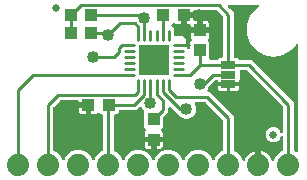
<source format=gbr>
G04 EAGLE Gerber RS-274X export*
G75*
%MOMM*%
%FSLAX34Y34*%
%LPD*%
%INTop Copper*%
%IPPOS*%
%AMOC8*
5,1,8,0,0,1.08239X$1,22.5*%
G01*
%ADD10R,1.000000X1.100000*%
%ADD11R,1.100000X1.000000*%
%ADD12C,0.635000*%
%ADD13C,0.254000*%
%ADD14R,2.616200X2.616200*%
%ADD15R,1.270000X0.635000*%
%ADD16C,1.879600*%
%ADD17C,1.016000*%

G36*
X177879Y16617D02*
X177879Y16617D01*
X177899Y16616D01*
X178035Y16644D01*
X178172Y16668D01*
X178191Y16676D01*
X178210Y16680D01*
X178335Y16741D01*
X178462Y16798D01*
X178478Y16811D01*
X178496Y16820D01*
X178602Y16910D01*
X178710Y16997D01*
X178723Y17013D01*
X178738Y17026D01*
X178818Y17140D01*
X178902Y17251D01*
X178914Y17276D01*
X178921Y17286D01*
X178928Y17305D01*
X178973Y17395D01*
X179948Y19750D01*
X183450Y23252D01*
X185398Y24059D01*
X185423Y24073D01*
X185451Y24083D01*
X185561Y24152D01*
X185674Y24216D01*
X185695Y24237D01*
X185720Y24253D01*
X185809Y24347D01*
X185902Y24438D01*
X185918Y24463D01*
X185938Y24484D01*
X186001Y24598D01*
X186069Y24709D01*
X186077Y24737D01*
X186092Y24763D01*
X186124Y24889D01*
X186162Y25013D01*
X186164Y25042D01*
X186171Y25071D01*
X186181Y25231D01*
X186181Y49755D01*
X186169Y49854D01*
X186166Y49953D01*
X186149Y50011D01*
X186141Y50071D01*
X186105Y50163D01*
X186077Y50258D01*
X186047Y50310D01*
X186024Y50367D01*
X185966Y50447D01*
X185916Y50532D01*
X185850Y50607D01*
X185838Y50624D01*
X185828Y50632D01*
X185810Y50653D01*
X171303Y65160D01*
X171225Y65220D01*
X171153Y65288D01*
X171100Y65317D01*
X171052Y65354D01*
X170961Y65394D01*
X170874Y65442D01*
X170815Y65457D01*
X170760Y65481D01*
X170662Y65496D01*
X170566Y65521D01*
X170466Y65527D01*
X170446Y65531D01*
X170433Y65529D01*
X170405Y65531D01*
X163219Y65531D01*
X163169Y65525D01*
X163120Y65527D01*
X163012Y65505D01*
X162903Y65491D01*
X162857Y65473D01*
X162808Y65463D01*
X162709Y65415D01*
X162607Y65374D01*
X162567Y65345D01*
X162522Y65323D01*
X162439Y65252D01*
X162350Y65188D01*
X162318Y65149D01*
X162280Y65117D01*
X162217Y65027D01*
X162147Y64943D01*
X162126Y64898D01*
X162097Y64857D01*
X162058Y64754D01*
X162012Y64655D01*
X162002Y64606D01*
X161985Y64560D01*
X161972Y64450D01*
X161952Y64343D01*
X161955Y64293D01*
X161949Y64244D01*
X161965Y64135D01*
X161972Y64025D01*
X161987Y63978D01*
X161994Y63929D01*
X162046Y63776D01*
X163069Y61307D01*
X163069Y58073D01*
X161831Y55085D01*
X159545Y52799D01*
X156557Y51561D01*
X153323Y51561D01*
X150335Y52799D01*
X148135Y55000D01*
X148056Y55060D01*
X147984Y55128D01*
X147931Y55157D01*
X147883Y55194D01*
X147792Y55234D01*
X147706Y55282D01*
X147647Y55297D01*
X147630Y55304D01*
X144662Y58273D01*
X141867Y61067D01*
X141758Y61152D01*
X141651Y61241D01*
X141632Y61249D01*
X141616Y61262D01*
X141488Y61317D01*
X141363Y61376D01*
X141343Y61380D01*
X141324Y61388D01*
X141186Y61410D01*
X141050Y61436D01*
X141030Y61435D01*
X141010Y61438D01*
X140871Y61425D01*
X140733Y61416D01*
X140714Y61410D01*
X140694Y61408D01*
X140562Y61361D01*
X140431Y61318D01*
X140413Y61308D01*
X140394Y61301D01*
X140279Y61223D01*
X140162Y61148D01*
X140148Y61133D01*
X140131Y61122D01*
X140039Y61018D01*
X139944Y60917D01*
X139934Y60899D01*
X139921Y60884D01*
X139857Y60760D01*
X139790Y60638D01*
X139785Y60618D01*
X139776Y60600D01*
X139746Y60465D01*
X139711Y60330D01*
X139709Y60302D01*
X139706Y60290D01*
X139707Y60270D01*
X139701Y60169D01*
X139701Y57257D01*
X135674Y53231D01*
X135614Y53153D01*
X135546Y53081D01*
X135517Y53028D01*
X135480Y52980D01*
X135440Y52889D01*
X135392Y52802D01*
X135377Y52743D01*
X135353Y52688D01*
X135338Y52590D01*
X135313Y52494D01*
X135307Y52394D01*
X135303Y52374D01*
X135305Y52361D01*
X135303Y52333D01*
X135303Y44155D01*
X134104Y42956D01*
X134031Y42862D01*
X133952Y42773D01*
X133934Y42737D01*
X133909Y42705D01*
X133862Y42596D01*
X133807Y42490D01*
X133799Y42450D01*
X133783Y42413D01*
X133764Y42295D01*
X133738Y42179D01*
X133739Y42139D01*
X133733Y42099D01*
X133744Y41980D01*
X133747Y41862D01*
X133759Y41823D01*
X133763Y41782D01*
X133803Y41670D01*
X133836Y41556D01*
X133856Y41521D01*
X133870Y41483D01*
X133937Y41385D01*
X133997Y41282D01*
X134037Y41237D01*
X134049Y41220D01*
X134064Y41207D01*
X134104Y41161D01*
X134287Y40978D01*
X134622Y40399D01*
X134795Y39752D01*
X134795Y36417D01*
X128484Y36417D01*
X128366Y36402D01*
X128247Y36395D01*
X128209Y36382D01*
X128169Y36377D01*
X128058Y36334D01*
X127945Y36297D01*
X127911Y36275D01*
X127873Y36260D01*
X127777Y36191D01*
X127676Y36127D01*
X127648Y36097D01*
X127616Y36074D01*
X127540Y35982D01*
X127458Y35895D01*
X127439Y35860D01*
X127413Y35829D01*
X127362Y35721D01*
X127305Y35617D01*
X127295Y35577D01*
X127277Y35541D01*
X127257Y35434D01*
X127253Y35464D01*
X127209Y35574D01*
X127173Y35687D01*
X127151Y35722D01*
X127136Y35759D01*
X127066Y35855D01*
X127003Y35956D01*
X126973Y35984D01*
X126949Y36017D01*
X126858Y36093D01*
X126771Y36174D01*
X126736Y36194D01*
X126704Y36219D01*
X126597Y36270D01*
X126492Y36328D01*
X126453Y36338D01*
X126417Y36355D01*
X126300Y36377D01*
X126184Y36407D01*
X126124Y36411D01*
X126104Y36415D01*
X126084Y36413D01*
X126024Y36417D01*
X119713Y36417D01*
X119713Y39752D01*
X119886Y40399D01*
X120221Y40978D01*
X120404Y41161D01*
X120477Y41255D01*
X120556Y41345D01*
X120574Y41381D01*
X120599Y41413D01*
X120646Y41522D01*
X120701Y41628D01*
X120709Y41667D01*
X120725Y41704D01*
X120744Y41822D01*
X120770Y41938D01*
X120769Y41979D01*
X120775Y42019D01*
X120764Y42137D01*
X120761Y42256D01*
X120749Y42295D01*
X120745Y42335D01*
X120705Y42447D01*
X120672Y42562D01*
X120652Y42596D01*
X120638Y42634D01*
X120571Y42733D01*
X120511Y42835D01*
X120471Y42881D01*
X120459Y42898D01*
X120444Y42911D01*
X120404Y42956D01*
X119205Y44155D01*
X119205Y58003D01*
X119193Y58101D01*
X119190Y58200D01*
X119173Y58259D01*
X119165Y58319D01*
X119129Y58411D01*
X119101Y58506D01*
X119071Y58558D01*
X119048Y58614D01*
X118990Y58694D01*
X118940Y58780D01*
X118874Y58855D01*
X118862Y58872D01*
X118852Y58880D01*
X118834Y58901D01*
X117569Y60165D01*
X117183Y61096D01*
X117159Y61139D01*
X117142Y61186D01*
X117080Y61277D01*
X117026Y61372D01*
X116991Y61408D01*
X116963Y61449D01*
X116881Y61522D01*
X116805Y61601D01*
X116762Y61626D01*
X116725Y61659D01*
X116627Y61709D01*
X116533Y61767D01*
X116486Y61781D01*
X116442Y61804D01*
X116334Y61828D01*
X116230Y61860D01*
X116180Y61863D01*
X116131Y61874D01*
X116022Y61870D01*
X115912Y61876D01*
X115863Y61865D01*
X115814Y61864D01*
X115708Y61833D01*
X115600Y61811D01*
X115556Y61789D01*
X115508Y61776D01*
X115414Y61720D01*
X115315Y61672D01*
X115277Y61639D01*
X115234Y61614D01*
X115113Y61508D01*
X112533Y58927D01*
X98836Y58927D01*
X98718Y58912D01*
X98599Y58905D01*
X98561Y58892D01*
X98520Y58887D01*
X98410Y58844D01*
X98297Y58807D01*
X98262Y58785D01*
X98225Y58770D01*
X98129Y58701D01*
X98028Y58637D01*
X98000Y58607D01*
X97967Y58584D01*
X97891Y58492D01*
X97810Y58405D01*
X97790Y58370D01*
X97765Y58339D01*
X97714Y58231D01*
X97656Y58127D01*
X97646Y58087D01*
X97629Y58051D01*
X97607Y57934D01*
X97577Y57819D01*
X97573Y57759D01*
X97569Y57739D01*
X97571Y57718D01*
X97567Y57658D01*
X97567Y56983D01*
X95781Y55197D01*
X94488Y55197D01*
X94370Y55182D01*
X94251Y55175D01*
X94213Y55162D01*
X94172Y55157D01*
X94062Y55114D01*
X93949Y55077D01*
X93914Y55055D01*
X93877Y55040D01*
X93781Y54971D01*
X93680Y54907D01*
X93652Y54877D01*
X93619Y54854D01*
X93543Y54762D01*
X93462Y54675D01*
X93442Y54640D01*
X93417Y54609D01*
X93366Y54501D01*
X93308Y54397D01*
X93298Y54357D01*
X93281Y54321D01*
X93259Y54204D01*
X93229Y54089D01*
X93225Y54029D01*
X93221Y54009D01*
X93223Y53988D01*
X93219Y53928D01*
X93219Y25231D01*
X93222Y25202D01*
X93220Y25173D01*
X93242Y25045D01*
X93259Y24916D01*
X93269Y24889D01*
X93274Y24859D01*
X93328Y24741D01*
X93376Y24620D01*
X93393Y24596D01*
X93405Y24569D01*
X93486Y24468D01*
X93562Y24363D01*
X93585Y24344D01*
X93604Y24321D01*
X93707Y24243D01*
X93807Y24160D01*
X93834Y24147D01*
X93858Y24130D01*
X94002Y24059D01*
X95950Y23252D01*
X99452Y19750D01*
X100427Y17395D01*
X100496Y17275D01*
X100561Y17152D01*
X100575Y17137D01*
X100585Y17119D01*
X100682Y17019D01*
X100775Y16916D01*
X100792Y16905D01*
X100806Y16891D01*
X100924Y16818D01*
X101041Y16742D01*
X101060Y16735D01*
X101077Y16724D01*
X101210Y16684D01*
X101342Y16638D01*
X101362Y16637D01*
X101381Y16631D01*
X101520Y16624D01*
X101659Y16613D01*
X101679Y16617D01*
X101699Y16616D01*
X101835Y16644D01*
X101972Y16668D01*
X101991Y16676D01*
X102010Y16680D01*
X102135Y16741D01*
X102262Y16798D01*
X102278Y16811D01*
X102296Y16820D01*
X102402Y16910D01*
X102510Y16997D01*
X102523Y17013D01*
X102538Y17026D01*
X102618Y17140D01*
X102702Y17251D01*
X102714Y17276D01*
X102721Y17286D01*
X102728Y17305D01*
X102773Y17395D01*
X103748Y19750D01*
X107250Y23252D01*
X111824Y25147D01*
X116776Y25147D01*
X121350Y23252D01*
X124852Y19750D01*
X125827Y17395D01*
X125896Y17275D01*
X125961Y17152D01*
X125975Y17137D01*
X125985Y17119D01*
X126082Y17019D01*
X126175Y16916D01*
X126192Y16905D01*
X126206Y16891D01*
X126324Y16818D01*
X126441Y16742D01*
X126460Y16735D01*
X126477Y16724D01*
X126610Y16684D01*
X126742Y16638D01*
X126762Y16637D01*
X126781Y16631D01*
X126920Y16624D01*
X127059Y16613D01*
X127079Y16617D01*
X127099Y16616D01*
X127235Y16644D01*
X127372Y16668D01*
X127391Y16676D01*
X127410Y16680D01*
X127535Y16741D01*
X127662Y16798D01*
X127678Y16811D01*
X127696Y16820D01*
X127802Y16910D01*
X127910Y16997D01*
X127923Y17013D01*
X127938Y17026D01*
X128018Y17140D01*
X128102Y17251D01*
X128114Y17276D01*
X128121Y17286D01*
X128128Y17305D01*
X128173Y17395D01*
X129148Y19750D01*
X132649Y23252D01*
X133093Y23435D01*
X133153Y23470D01*
X133218Y23496D01*
X133291Y23548D01*
X133369Y23593D01*
X133419Y23641D01*
X133475Y23682D01*
X133533Y23752D01*
X133597Y23814D01*
X133634Y23874D01*
X133678Y23927D01*
X133717Y24009D01*
X133764Y24085D01*
X133784Y24152D01*
X133814Y24215D01*
X133831Y24303D01*
X133857Y24389D01*
X133861Y24459D01*
X133872Y24517D01*
X133917Y24485D01*
X133984Y24425D01*
X134046Y24393D01*
X134104Y24353D01*
X134187Y24321D01*
X134268Y24281D01*
X134336Y24265D01*
X134401Y24240D01*
X134490Y24231D01*
X134578Y24211D01*
X134648Y24213D01*
X134717Y24205D01*
X134806Y24218D01*
X134896Y24221D01*
X134963Y24240D01*
X135032Y24250D01*
X135184Y24302D01*
X137224Y25147D01*
X142176Y25147D01*
X146750Y23252D01*
X150252Y19750D01*
X151227Y17395D01*
X151296Y17275D01*
X151361Y17152D01*
X151375Y17137D01*
X151385Y17119D01*
X151482Y17019D01*
X151575Y16916D01*
X151592Y16905D01*
X151606Y16891D01*
X151724Y16818D01*
X151841Y16742D01*
X151860Y16735D01*
X151877Y16724D01*
X152010Y16684D01*
X152142Y16638D01*
X152162Y16637D01*
X152181Y16631D01*
X152320Y16624D01*
X152459Y16613D01*
X152479Y16617D01*
X152499Y16616D01*
X152635Y16644D01*
X152772Y16668D01*
X152791Y16676D01*
X152810Y16680D01*
X152935Y16741D01*
X153062Y16798D01*
X153078Y16811D01*
X153096Y16820D01*
X153202Y16910D01*
X153310Y16997D01*
X153323Y17013D01*
X153338Y17026D01*
X153418Y17140D01*
X153502Y17251D01*
X153514Y17276D01*
X153521Y17286D01*
X153528Y17305D01*
X153573Y17395D01*
X154548Y19750D01*
X158050Y23252D01*
X162624Y25147D01*
X167576Y25147D01*
X172150Y23252D01*
X175652Y19750D01*
X176627Y17395D01*
X176696Y17275D01*
X176761Y17152D01*
X176775Y17137D01*
X176785Y17119D01*
X176882Y17019D01*
X176975Y16916D01*
X176992Y16905D01*
X177006Y16891D01*
X177124Y16818D01*
X177241Y16742D01*
X177260Y16735D01*
X177277Y16724D01*
X177410Y16684D01*
X177542Y16638D01*
X177562Y16637D01*
X177581Y16631D01*
X177720Y16624D01*
X177859Y16613D01*
X177879Y16617D01*
G37*
G36*
X217288Y12716D02*
X217288Y12716D01*
X217407Y12723D01*
X217445Y12736D01*
X217485Y12741D01*
X217596Y12785D01*
X217709Y12821D01*
X217744Y12843D01*
X217781Y12858D01*
X217877Y12928D01*
X217978Y12991D01*
X218006Y13021D01*
X218039Y13045D01*
X218114Y13136D01*
X218196Y13223D01*
X218216Y13258D01*
X218241Y13290D01*
X218292Y13397D01*
X218350Y13502D01*
X218360Y13541D01*
X218377Y13577D01*
X218399Y13694D01*
X218429Y13809D01*
X218433Y13870D01*
X218437Y13890D01*
X218435Y13910D01*
X218439Y13970D01*
X218439Y24385D01*
X218696Y24345D01*
X220483Y23764D01*
X222157Y22911D01*
X223678Y21806D01*
X225006Y20478D01*
X226111Y18957D01*
X226964Y17283D01*
X227115Y16818D01*
X227128Y16791D01*
X227135Y16762D01*
X227195Y16648D01*
X227250Y16530D01*
X227269Y16507D01*
X227283Y16481D01*
X227370Y16385D01*
X227453Y16285D01*
X227477Y16268D01*
X227497Y16246D01*
X227606Y16174D01*
X227710Y16098D01*
X227738Y16087D01*
X227763Y16071D01*
X227886Y16029D01*
X228006Y15981D01*
X228036Y15977D01*
X228064Y15968D01*
X228193Y15957D01*
X228321Y15941D01*
X228351Y15945D01*
X228381Y15942D01*
X228509Y15965D01*
X228637Y15981D01*
X228665Y15992D01*
X228694Y15997D01*
X228812Y16050D01*
X228933Y16098D01*
X228957Y16115D01*
X228984Y16127D01*
X229085Y16208D01*
X229190Y16284D01*
X229209Y16307D01*
X229233Y16326D01*
X229311Y16430D01*
X229393Y16529D01*
X229406Y16556D01*
X229424Y16580D01*
X229495Y16725D01*
X230748Y19750D01*
X234250Y23252D01*
X236198Y24059D01*
X236223Y24073D01*
X236251Y24083D01*
X236361Y24152D01*
X236474Y24216D01*
X236495Y24237D01*
X236520Y24253D01*
X236609Y24347D01*
X236702Y24438D01*
X236718Y24463D01*
X236738Y24484D01*
X236801Y24598D01*
X236869Y24709D01*
X236877Y24737D01*
X236892Y24763D01*
X236924Y24889D01*
X236962Y25013D01*
X236964Y25042D01*
X236971Y25071D01*
X236981Y25231D01*
X236981Y35690D01*
X236973Y35759D01*
X236974Y35829D01*
X236953Y35916D01*
X236941Y36005D01*
X236916Y36070D01*
X236899Y36138D01*
X236857Y36218D01*
X236824Y36301D01*
X236783Y36357D01*
X236751Y36419D01*
X236690Y36486D01*
X236638Y36558D01*
X236584Y36603D01*
X236537Y36655D01*
X236462Y36704D01*
X236393Y36761D01*
X236329Y36791D01*
X236271Y36829D01*
X236186Y36859D01*
X236105Y36897D01*
X236036Y36910D01*
X235970Y36933D01*
X235881Y36940D01*
X235793Y36957D01*
X235723Y36952D01*
X235653Y36958D01*
X235565Y36942D01*
X235475Y36937D01*
X235409Y36915D01*
X235340Y36903D01*
X235258Y36866D01*
X235173Y36839D01*
X235114Y36801D01*
X235050Y36773D01*
X234980Y36717D01*
X234904Y36669D01*
X234856Y36618D01*
X234802Y36574D01*
X234747Y36502D01*
X234686Y36437D01*
X234652Y36376D01*
X234610Y36320D01*
X234539Y36176D01*
X233876Y34575D01*
X232125Y32824D01*
X229838Y31876D01*
X227362Y31876D01*
X225075Y32824D01*
X223324Y34575D01*
X222376Y36862D01*
X222376Y39338D01*
X223324Y41625D01*
X225075Y43376D01*
X227362Y44324D01*
X229838Y44324D01*
X232125Y43376D01*
X233876Y41625D01*
X234539Y40024D01*
X234574Y39964D01*
X234600Y39899D01*
X234652Y39826D01*
X234697Y39748D01*
X234745Y39698D01*
X234786Y39642D01*
X234856Y39584D01*
X234918Y39520D01*
X234978Y39483D01*
X235031Y39439D01*
X235113Y39400D01*
X235189Y39354D01*
X235256Y39333D01*
X235319Y39303D01*
X235407Y39286D01*
X235493Y39260D01*
X235563Y39257D01*
X235632Y39243D01*
X235721Y39249D01*
X235811Y39245D01*
X235879Y39259D01*
X235949Y39263D01*
X236034Y39291D01*
X236122Y39309D01*
X236185Y39340D01*
X236251Y39361D01*
X236327Y39409D01*
X236408Y39449D01*
X236461Y39494D01*
X236520Y39531D01*
X236582Y39597D01*
X236650Y39655D01*
X236690Y39712D01*
X236738Y39763D01*
X236781Y39842D01*
X236833Y39915D01*
X236858Y39980D01*
X236892Y40042D01*
X236914Y40128D01*
X236946Y40213D01*
X236954Y40282D01*
X236971Y40349D01*
X236981Y40510D01*
X236981Y61185D01*
X236969Y61284D01*
X236966Y61383D01*
X236949Y61441D01*
X236941Y61501D01*
X236905Y61593D01*
X236877Y61688D01*
X236847Y61740D01*
X236824Y61797D01*
X236766Y61877D01*
X236716Y61962D01*
X236650Y62037D01*
X236638Y62054D01*
X236628Y62062D01*
X236610Y62083D01*
X206355Y92338D01*
X206277Y92398D01*
X206204Y92466D01*
X206151Y92495D01*
X206104Y92532D01*
X206013Y92572D01*
X205926Y92620D01*
X205867Y92635D01*
X205812Y92659D01*
X205714Y92674D01*
X205618Y92699D01*
X205518Y92705D01*
X205498Y92709D01*
X205485Y92707D01*
X205457Y92709D01*
X201168Y92709D01*
X201050Y92694D01*
X200931Y92687D01*
X200893Y92674D01*
X200852Y92669D01*
X200742Y92626D01*
X200629Y92589D01*
X200594Y92567D01*
X200557Y92552D01*
X200461Y92483D01*
X200360Y92419D01*
X200332Y92389D01*
X200299Y92366D01*
X200223Y92274D01*
X200142Y92187D01*
X200122Y92152D01*
X200097Y92121D01*
X200046Y92013D01*
X199988Y91909D01*
X199978Y91869D01*
X199961Y91833D01*
X199939Y91716D01*
X199909Y91601D01*
X199905Y91541D01*
X199901Y91521D01*
X199903Y91500D01*
X199899Y91440D01*
X199899Y84462D01*
X199762Y84326D01*
X199702Y84248D01*
X199634Y84176D01*
X199605Y84123D01*
X199568Y84075D01*
X199528Y83984D01*
X199480Y83897D01*
X199465Y83838D01*
X199441Y83783D01*
X199426Y83685D01*
X199401Y83589D01*
X199395Y83489D01*
X199391Y83469D01*
X199393Y83456D01*
X199391Y83428D01*
X199391Y82359D01*
X190818Y82359D01*
X190699Y82344D01*
X190581Y82336D01*
X190542Y82324D01*
X190502Y82319D01*
X190488Y82313D01*
X190458Y82319D01*
X190343Y82349D01*
X190283Y82352D01*
X190263Y82356D01*
X190242Y82355D01*
X190182Y82359D01*
X181609Y82359D01*
X181609Y83312D01*
X181594Y83430D01*
X181587Y83549D01*
X181574Y83587D01*
X181569Y83628D01*
X181526Y83738D01*
X181489Y83851D01*
X181467Y83886D01*
X181452Y83923D01*
X181383Y84019D01*
X181319Y84120D01*
X181289Y84148D01*
X181266Y84181D01*
X181174Y84257D01*
X181087Y84338D01*
X181052Y84358D01*
X181021Y84383D01*
X180913Y84434D01*
X180809Y84492D01*
X180769Y84502D01*
X180733Y84519D01*
X180616Y84541D01*
X180501Y84571D01*
X180441Y84575D01*
X180421Y84579D01*
X180400Y84577D01*
X180340Y84581D01*
X180115Y84581D01*
X180016Y84569D01*
X179917Y84566D01*
X179859Y84549D01*
X179799Y84541D01*
X179707Y84505D01*
X179612Y84477D01*
X179560Y84447D01*
X179503Y84424D01*
X179423Y84366D01*
X179338Y84316D01*
X179263Y84250D01*
X179246Y84238D01*
X179238Y84228D01*
X179217Y84210D01*
X174556Y79548D01*
X174550Y79541D01*
X174543Y79535D01*
X174453Y79415D01*
X174361Y79297D01*
X174357Y79288D01*
X174351Y79281D01*
X174281Y79136D01*
X173261Y76675D01*
X172921Y76336D01*
X172836Y76226D01*
X172747Y76119D01*
X172739Y76100D01*
X172726Y76084D01*
X172671Y75956D01*
X172612Y75831D01*
X172608Y75811D01*
X172600Y75792D01*
X172578Y75654D01*
X172552Y75518D01*
X172553Y75498D01*
X172550Y75478D01*
X172563Y75339D01*
X172572Y75201D01*
X172578Y75182D01*
X172580Y75162D01*
X172627Y75031D01*
X172670Y74899D01*
X172681Y74881D01*
X172688Y74862D01*
X172765Y74748D01*
X172840Y74630D01*
X172855Y74616D01*
X172866Y74599D01*
X172970Y74507D01*
X173072Y74412D01*
X173089Y74402D01*
X173105Y74389D01*
X173228Y74326D01*
X173350Y74258D01*
X173370Y74253D01*
X173388Y74244D01*
X173524Y74214D01*
X173658Y74179D01*
X173686Y74177D01*
X173698Y74174D01*
X173719Y74175D01*
X173819Y74169D01*
X174509Y74169D01*
X177410Y71267D01*
X191917Y56760D01*
X194819Y53859D01*
X194819Y25231D01*
X194822Y25202D01*
X194820Y25173D01*
X194842Y25045D01*
X194859Y24916D01*
X194869Y24889D01*
X194874Y24859D01*
X194928Y24741D01*
X194976Y24620D01*
X194993Y24596D01*
X195005Y24569D01*
X195086Y24468D01*
X195162Y24363D01*
X195185Y24344D01*
X195204Y24321D01*
X195307Y24243D01*
X195407Y24160D01*
X195434Y24147D01*
X195458Y24130D01*
X195602Y24059D01*
X197550Y23252D01*
X201052Y19750D01*
X202305Y16725D01*
X202320Y16699D01*
X202329Y16670D01*
X202399Y16561D01*
X202463Y16448D01*
X202484Y16427D01*
X202500Y16402D01*
X202594Y16313D01*
X202684Y16220D01*
X202710Y16204D01*
X202731Y16184D01*
X202845Y16121D01*
X202955Y16054D01*
X202984Y16045D01*
X203010Y16031D01*
X203135Y15998D01*
X203259Y15960D01*
X203289Y15959D01*
X203318Y15951D01*
X203448Y15951D01*
X203577Y15945D01*
X203606Y15951D01*
X203636Y15951D01*
X203761Y15983D01*
X203888Y16009D01*
X203915Y16022D01*
X203944Y16030D01*
X204057Y16092D01*
X204174Y16149D01*
X204197Y16168D01*
X204223Y16183D01*
X204317Y16271D01*
X204416Y16355D01*
X204433Y16380D01*
X204455Y16400D01*
X204524Y16509D01*
X204599Y16615D01*
X204610Y16643D01*
X204626Y16669D01*
X204685Y16818D01*
X204836Y17283D01*
X205689Y18957D01*
X206794Y20478D01*
X208122Y21806D01*
X209643Y22911D01*
X211317Y23764D01*
X213104Y24345D01*
X213361Y24385D01*
X213361Y13970D01*
X213376Y13852D01*
X213383Y13733D01*
X213396Y13695D01*
X213401Y13655D01*
X213444Y13544D01*
X213481Y13431D01*
X213503Y13397D01*
X213518Y13359D01*
X213588Y13263D01*
X213651Y13162D01*
X213681Y13134D01*
X213704Y13102D01*
X213796Y13026D01*
X213883Y12944D01*
X213918Y12925D01*
X213949Y12899D01*
X214057Y12848D01*
X214161Y12791D01*
X214201Y12780D01*
X214237Y12763D01*
X214354Y12741D01*
X214469Y12711D01*
X214530Y12707D01*
X214550Y12703D01*
X214570Y12705D01*
X214630Y12701D01*
X217170Y12701D01*
X217288Y12716D01*
G37*
G36*
X248441Y23340D02*
X248441Y23340D01*
X248551Y23339D01*
X248599Y23350D01*
X248649Y23353D01*
X248753Y23387D01*
X248860Y23413D01*
X248904Y23436D01*
X248951Y23451D01*
X249044Y23510D01*
X249141Y23561D01*
X249178Y23595D01*
X249220Y23621D01*
X249295Y23702D01*
X249377Y23775D01*
X249404Y23817D01*
X249438Y23853D01*
X249491Y23949D01*
X249551Y24041D01*
X249568Y24088D01*
X249592Y24132D01*
X249619Y24238D01*
X249655Y24342D01*
X249659Y24391D01*
X249671Y24439D01*
X249681Y24600D01*
X249681Y113467D01*
X249677Y113502D01*
X249679Y113537D01*
X249657Y113659D01*
X249641Y113782D01*
X249628Y113815D01*
X249622Y113850D01*
X249570Y113963D01*
X249524Y114078D01*
X249504Y114106D01*
X249489Y114139D01*
X249410Y114235D01*
X249338Y114335D01*
X249310Y114358D01*
X249288Y114385D01*
X249188Y114459D01*
X249093Y114538D01*
X249061Y114553D01*
X249032Y114574D01*
X248917Y114621D01*
X248805Y114674D01*
X248770Y114680D01*
X248737Y114693D01*
X248614Y114710D01*
X248493Y114733D01*
X248457Y114731D01*
X248422Y114736D01*
X248299Y114721D01*
X248175Y114714D01*
X248141Y114703D01*
X248106Y114698D01*
X247991Y114654D01*
X247873Y114616D01*
X247843Y114597D01*
X247810Y114584D01*
X247709Y114512D01*
X247604Y114445D01*
X247580Y114420D01*
X247551Y114399D01*
X247440Y114282D01*
X243356Y109415D01*
X236451Y105429D01*
X228600Y104045D01*
X220749Y105429D01*
X213845Y109415D01*
X208720Y115522D01*
X205993Y123014D01*
X205993Y130986D01*
X208720Y138478D01*
X213844Y144585D01*
X215798Y145713D01*
X215914Y145801D01*
X216032Y145886D01*
X216041Y145897D01*
X216051Y145905D01*
X216142Y146019D01*
X216235Y146131D01*
X216241Y146144D01*
X216249Y146154D01*
X216309Y146288D01*
X216370Y146419D01*
X216373Y146432D01*
X216378Y146445D01*
X216403Y146589D01*
X216430Y146732D01*
X216429Y146745D01*
X216432Y146758D01*
X216419Y146904D01*
X216410Y147049D01*
X216406Y147062D01*
X216405Y147075D01*
X216357Y147213D01*
X216312Y147351D01*
X216305Y147363D01*
X216301Y147376D01*
X216220Y147497D01*
X216142Y147620D01*
X216132Y147629D01*
X216125Y147641D01*
X216017Y147738D01*
X215911Y147838D01*
X215899Y147845D01*
X215889Y147854D01*
X215760Y147921D01*
X215632Y147992D01*
X215619Y147995D01*
X215607Y148001D01*
X215465Y148035D01*
X215324Y148071D01*
X215306Y148072D01*
X215298Y148074D01*
X215280Y148074D01*
X215163Y148081D01*
X191291Y148081D01*
X191153Y148064D01*
X191014Y148051D01*
X190995Y148044D01*
X190975Y148041D01*
X190846Y147990D01*
X190715Y147943D01*
X190698Y147932D01*
X190679Y147924D01*
X190567Y147843D01*
X190452Y147765D01*
X190438Y147749D01*
X190422Y147738D01*
X190333Y147630D01*
X190241Y147526D01*
X190232Y147508D01*
X190219Y147493D01*
X190160Y147367D01*
X190097Y147243D01*
X190092Y147223D01*
X190084Y147205D01*
X190058Y147068D01*
X190027Y146933D01*
X190028Y146912D01*
X190024Y146893D01*
X190033Y146754D01*
X190037Y146615D01*
X190042Y146595D01*
X190044Y146575D01*
X190086Y146443D01*
X190125Y146309D01*
X190135Y146292D01*
X190142Y146273D01*
X190216Y146155D01*
X190287Y146035D01*
X190305Y146014D01*
X190312Y146004D01*
X190327Y145990D01*
X190393Y145915D01*
X191917Y144390D01*
X194819Y141489D01*
X194819Y104521D01*
X194834Y104403D01*
X194841Y104284D01*
X194854Y104246D01*
X194859Y104205D01*
X194902Y104095D01*
X194939Y103982D01*
X194961Y103947D01*
X194976Y103910D01*
X195045Y103814D01*
X195109Y103713D01*
X195139Y103685D01*
X195162Y103652D01*
X195254Y103576D01*
X195341Y103495D01*
X195376Y103475D01*
X195407Y103450D01*
X195515Y103399D01*
X195619Y103341D01*
X195659Y103331D01*
X195695Y103314D01*
X195812Y103292D01*
X195927Y103262D01*
X195987Y103258D01*
X196007Y103254D01*
X196028Y103256D01*
X196088Y103252D01*
X198113Y103252D01*
X199646Y101718D01*
X199724Y101658D01*
X199796Y101590D01*
X199849Y101561D01*
X199897Y101524D01*
X199988Y101484D01*
X200075Y101436D01*
X200133Y101421D01*
X200189Y101397D01*
X200287Y101382D01*
X200383Y101357D01*
X200483Y101351D01*
X200503Y101347D01*
X200516Y101349D01*
X200544Y101347D01*
X209561Y101347D01*
X245619Y65289D01*
X245619Y25231D01*
X245622Y25202D01*
X245620Y25173D01*
X245642Y25045D01*
X245659Y24916D01*
X245669Y24889D01*
X245674Y24859D01*
X245728Y24741D01*
X245776Y24620D01*
X245793Y24596D01*
X245805Y24569D01*
X245886Y24468D01*
X245962Y24363D01*
X245985Y24344D01*
X246004Y24321D01*
X246107Y24243D01*
X246207Y24160D01*
X246234Y24147D01*
X246258Y24130D01*
X246402Y24059D01*
X247926Y23428D01*
X247974Y23414D01*
X248019Y23393D01*
X248127Y23373D01*
X248233Y23344D01*
X248283Y23343D01*
X248332Y23333D01*
X248441Y23340D01*
G37*
G36*
X76279Y16617D02*
X76279Y16617D01*
X76299Y16616D01*
X76435Y16644D01*
X76572Y16668D01*
X76591Y16676D01*
X76610Y16680D01*
X76735Y16741D01*
X76862Y16798D01*
X76878Y16811D01*
X76896Y16820D01*
X77002Y16910D01*
X77110Y16997D01*
X77123Y17013D01*
X77138Y17026D01*
X77218Y17140D01*
X77302Y17251D01*
X77314Y17276D01*
X77321Y17286D01*
X77328Y17305D01*
X77373Y17395D01*
X78348Y19750D01*
X81850Y23252D01*
X83798Y24059D01*
X83823Y24073D01*
X83851Y24083D01*
X83961Y24152D01*
X84074Y24216D01*
X84095Y24237D01*
X84120Y24253D01*
X84209Y24347D01*
X84302Y24438D01*
X84318Y24463D01*
X84338Y24484D01*
X84401Y24598D01*
X84469Y24709D01*
X84477Y24737D01*
X84492Y24763D01*
X84524Y24889D01*
X84562Y25013D01*
X84564Y25042D01*
X84571Y25071D01*
X84581Y25231D01*
X84581Y53928D01*
X84566Y54046D01*
X84559Y54165D01*
X84546Y54203D01*
X84541Y54244D01*
X84498Y54354D01*
X84461Y54467D01*
X84439Y54502D01*
X84424Y54539D01*
X84355Y54635D01*
X84291Y54736D01*
X84261Y54764D01*
X84238Y54797D01*
X84146Y54873D01*
X84059Y54954D01*
X84024Y54974D01*
X83993Y54999D01*
X83885Y55050D01*
X83781Y55108D01*
X83741Y55118D01*
X83705Y55135D01*
X83588Y55157D01*
X83473Y55187D01*
X83413Y55191D01*
X83393Y55195D01*
X83372Y55193D01*
X83312Y55197D01*
X82255Y55197D01*
X81056Y56396D01*
X80962Y56469D01*
X80873Y56548D01*
X80837Y56566D01*
X80805Y56591D01*
X80696Y56638D01*
X80590Y56693D01*
X80550Y56701D01*
X80513Y56717D01*
X80395Y56736D01*
X80279Y56762D01*
X80239Y56761D01*
X80199Y56767D01*
X80080Y56756D01*
X79962Y56753D01*
X79923Y56741D01*
X79882Y56737D01*
X79770Y56697D01*
X79656Y56664D01*
X79621Y56644D01*
X79583Y56630D01*
X79485Y56563D01*
X79382Y56503D01*
X79337Y56463D01*
X79320Y56451D01*
X79307Y56436D01*
X79261Y56396D01*
X79078Y56213D01*
X78499Y55878D01*
X77852Y55705D01*
X74517Y55705D01*
X74517Y62016D01*
X74502Y62134D01*
X74495Y62253D01*
X74482Y62291D01*
X74477Y62331D01*
X74434Y62442D01*
X74397Y62555D01*
X74375Y62589D01*
X74360Y62627D01*
X74291Y62723D01*
X74227Y62824D01*
X74197Y62852D01*
X74174Y62884D01*
X74082Y62960D01*
X73995Y63042D01*
X73960Y63061D01*
X73929Y63087D01*
X73821Y63138D01*
X73717Y63195D01*
X73677Y63205D01*
X73641Y63223D01*
X73524Y63245D01*
X73409Y63275D01*
X73349Y63279D01*
X73329Y63282D01*
X73308Y63281D01*
X73248Y63285D01*
X72057Y63285D01*
X72057Y64476D01*
X72042Y64594D01*
X72035Y64713D01*
X72022Y64751D01*
X72017Y64792D01*
X71973Y64902D01*
X71937Y65015D01*
X71915Y65050D01*
X71900Y65087D01*
X71830Y65183D01*
X71767Y65284D01*
X71737Y65312D01*
X71713Y65345D01*
X71622Y65421D01*
X71535Y65502D01*
X71500Y65522D01*
X71468Y65547D01*
X71361Y65598D01*
X71256Y65656D01*
X71217Y65666D01*
X71181Y65683D01*
X71064Y65705D01*
X70948Y65735D01*
X70888Y65739D01*
X70868Y65743D01*
X70848Y65741D01*
X70788Y65745D01*
X63977Y65745D01*
X63977Y66040D01*
X63962Y66158D01*
X63955Y66277D01*
X63942Y66315D01*
X63937Y66356D01*
X63894Y66466D01*
X63857Y66579D01*
X63835Y66614D01*
X63820Y66651D01*
X63751Y66747D01*
X63687Y66848D01*
X63657Y66876D01*
X63634Y66909D01*
X63542Y66985D01*
X63455Y67066D01*
X63420Y67086D01*
X63389Y67111D01*
X63281Y67162D01*
X63177Y67220D01*
X63137Y67230D01*
X63101Y67247D01*
X62984Y67269D01*
X62869Y67299D01*
X62809Y67303D01*
X62789Y67307D01*
X62768Y67305D01*
X62708Y67309D01*
X48543Y67309D01*
X48444Y67297D01*
X48345Y67294D01*
X48287Y67277D01*
X48227Y67269D01*
X48135Y67233D01*
X48040Y67205D01*
X47988Y67175D01*
X47931Y67152D01*
X47851Y67094D01*
X47766Y67044D01*
X47691Y66978D01*
X47674Y66966D01*
X47666Y66956D01*
X47645Y66938D01*
X42536Y61829D01*
X42476Y61751D01*
X42408Y61678D01*
X42388Y61642D01*
X42364Y61613D01*
X42355Y61595D01*
X42342Y61578D01*
X42302Y61487D01*
X42254Y61400D01*
X42244Y61358D01*
X42228Y61325D01*
X42225Y61308D01*
X42215Y61286D01*
X42200Y61188D01*
X42175Y61092D01*
X42171Y61025D01*
X42168Y61013D01*
X42169Y61000D01*
X42169Y60992D01*
X42165Y60972D01*
X42167Y60959D01*
X42165Y60931D01*
X42165Y25337D01*
X42168Y25307D01*
X42166Y25278D01*
X42187Y25158D01*
X42187Y25156D01*
X42188Y25150D01*
X42205Y25021D01*
X42215Y24994D01*
X42220Y24965D01*
X42274Y24846D01*
X42322Y24725D01*
X42339Y24702D01*
X42351Y24675D01*
X42432Y24573D01*
X42508Y24468D01*
X42531Y24449D01*
X42550Y24426D01*
X42653Y24348D01*
X42753Y24265D01*
X42780Y24253D01*
X42804Y24235D01*
X42948Y24164D01*
X45150Y23252D01*
X48652Y19750D01*
X49627Y17395D01*
X49696Y17275D01*
X49761Y17152D01*
X49775Y17137D01*
X49785Y17119D01*
X49882Y17019D01*
X49975Y16916D01*
X49992Y16905D01*
X50006Y16891D01*
X50124Y16818D01*
X50241Y16742D01*
X50260Y16735D01*
X50277Y16724D01*
X50410Y16684D01*
X50542Y16638D01*
X50562Y16637D01*
X50581Y16631D01*
X50720Y16624D01*
X50859Y16613D01*
X50879Y16617D01*
X50899Y16616D01*
X51035Y16644D01*
X51172Y16668D01*
X51191Y16676D01*
X51210Y16680D01*
X51335Y16741D01*
X51462Y16798D01*
X51478Y16811D01*
X51496Y16820D01*
X51602Y16910D01*
X51710Y16997D01*
X51723Y17013D01*
X51738Y17026D01*
X51818Y17140D01*
X51902Y17251D01*
X51914Y17276D01*
X51921Y17286D01*
X51928Y17305D01*
X51973Y17395D01*
X52948Y19750D01*
X56450Y23252D01*
X61024Y25147D01*
X65976Y25147D01*
X70550Y23252D01*
X74052Y19750D01*
X75027Y17395D01*
X75096Y17275D01*
X75161Y17152D01*
X75175Y17137D01*
X75185Y17119D01*
X75282Y17019D01*
X75375Y16916D01*
X75392Y16905D01*
X75406Y16891D01*
X75524Y16818D01*
X75641Y16742D01*
X75660Y16735D01*
X75677Y16724D01*
X75810Y16684D01*
X75942Y16638D01*
X75962Y16637D01*
X75981Y16631D01*
X76120Y16624D01*
X76259Y16613D01*
X76279Y16617D01*
G37*
G36*
X180555Y101359D02*
X180555Y101359D01*
X180654Y101362D01*
X180712Y101379D01*
X180772Y101387D01*
X180864Y101423D01*
X180959Y101451D01*
X181011Y101481D01*
X181068Y101504D01*
X181148Y101562D01*
X181233Y101612D01*
X181308Y101678D01*
X181325Y101690D01*
X181333Y101700D01*
X181354Y101718D01*
X182887Y103252D01*
X184912Y103252D01*
X185030Y103267D01*
X185149Y103274D01*
X185187Y103287D01*
X185228Y103292D01*
X185338Y103335D01*
X185451Y103372D01*
X185486Y103394D01*
X185523Y103409D01*
X185619Y103478D01*
X185720Y103542D01*
X185748Y103572D01*
X185781Y103595D01*
X185857Y103687D01*
X185938Y103774D01*
X185958Y103809D01*
X185983Y103840D01*
X186034Y103948D01*
X186092Y104052D01*
X186102Y104092D01*
X186119Y104128D01*
X186141Y104245D01*
X186171Y104360D01*
X186175Y104420D01*
X186179Y104440D01*
X186177Y104461D01*
X186181Y104521D01*
X186181Y137385D01*
X186169Y137484D01*
X186166Y137583D01*
X186149Y137641D01*
X186141Y137701D01*
X186105Y137793D01*
X186077Y137888D01*
X186047Y137940D01*
X186024Y137997D01*
X185966Y138077D01*
X185916Y138162D01*
X185850Y138237D01*
X185838Y138254D01*
X185828Y138262D01*
X185810Y138283D01*
X181209Y142884D01*
X181131Y142944D01*
X181058Y143012D01*
X181005Y143041D01*
X180958Y143078D01*
X180867Y143118D01*
X180780Y143166D01*
X180721Y143181D01*
X180666Y143205D01*
X180568Y143220D01*
X180472Y143245D01*
X180372Y143251D01*
X180352Y143255D01*
X180339Y143253D01*
X180311Y143255D01*
X161828Y143255D01*
X161710Y143240D01*
X161591Y143233D01*
X161553Y143220D01*
X161512Y143215D01*
X161402Y143172D01*
X161289Y143135D01*
X161254Y143113D01*
X161217Y143098D01*
X161121Y143029D01*
X161020Y142965D01*
X160992Y142935D01*
X160959Y142912D01*
X160883Y142820D01*
X160802Y142733D01*
X160782Y142698D01*
X160757Y142667D01*
X160706Y142559D01*
X160648Y142455D01*
X160638Y142415D01*
X160621Y142379D01*
X160599Y142262D01*
X160569Y142147D01*
X160565Y142087D01*
X160561Y142067D01*
X160563Y142046D01*
X160559Y141986D01*
X160559Y141691D01*
X153748Y141691D01*
X153630Y141676D01*
X153511Y141669D01*
X153473Y141656D01*
X153433Y141651D01*
X153322Y141608D01*
X153209Y141571D01*
X153175Y141549D01*
X153137Y141534D01*
X153041Y141465D01*
X152940Y141401D01*
X152912Y141371D01*
X152880Y141348D01*
X152804Y141256D01*
X152722Y141169D01*
X152703Y141134D01*
X152677Y141103D01*
X152626Y140995D01*
X152569Y140891D01*
X152559Y140851D01*
X152541Y140815D01*
X152519Y140698D01*
X152489Y140583D01*
X152485Y140523D01*
X152482Y140503D01*
X152483Y140482D01*
X152479Y140422D01*
X152479Y139231D01*
X151288Y139231D01*
X151170Y139216D01*
X151051Y139209D01*
X151013Y139196D01*
X150972Y139191D01*
X150862Y139147D01*
X150749Y139111D01*
X150714Y139089D01*
X150677Y139074D01*
X150580Y139004D01*
X150480Y138941D01*
X150452Y138911D01*
X150419Y138887D01*
X150343Y138796D01*
X150262Y138709D01*
X150242Y138674D01*
X150217Y138642D01*
X150166Y138535D01*
X150108Y138430D01*
X150098Y138391D01*
X150081Y138355D01*
X150059Y138238D01*
X150029Y138122D01*
X150025Y138062D01*
X150021Y138042D01*
X150023Y138022D01*
X150019Y137962D01*
X150019Y131651D01*
X146684Y131651D01*
X146037Y131824D01*
X145458Y132159D01*
X145275Y132342D01*
X145181Y132415D01*
X145091Y132494D01*
X145055Y132512D01*
X145023Y132537D01*
X144914Y132584D01*
X144808Y132639D01*
X144769Y132647D01*
X144732Y132663D01*
X144614Y132682D01*
X144498Y132708D01*
X144457Y132707D01*
X144417Y132713D01*
X144299Y132702D01*
X144180Y132699D01*
X144141Y132687D01*
X144101Y132683D01*
X143989Y132643D01*
X143874Y132610D01*
X143840Y132590D01*
X143802Y132576D01*
X143703Y132509D01*
X143601Y132449D01*
X143555Y132409D01*
X143538Y132397D01*
X143525Y132382D01*
X143480Y132342D01*
X142567Y131429D01*
X142494Y131335D01*
X142415Y131246D01*
X142396Y131210D01*
X142372Y131178D01*
X142324Y131068D01*
X142270Y130962D01*
X142261Y130923D01*
X142245Y130886D01*
X142227Y130768D01*
X142201Y130652D01*
X142202Y130612D01*
X142195Y130572D01*
X142207Y130453D01*
X142210Y130334D01*
X142222Y130295D01*
X142225Y130255D01*
X142266Y130143D01*
X142299Y130029D01*
X142319Y129994D01*
X142333Y129956D01*
X142400Y129857D01*
X142460Y129755D01*
X142500Y129710D01*
X142511Y129693D01*
X142527Y129679D01*
X142567Y129634D01*
X144186Y128015D01*
X144186Y122428D01*
X144201Y122310D01*
X144208Y122191D01*
X144221Y122153D01*
X144226Y122112D01*
X144269Y122002D01*
X144306Y121889D01*
X144328Y121854D01*
X144343Y121817D01*
X144412Y121721D01*
X144476Y121620D01*
X144506Y121592D01*
X144529Y121559D01*
X144621Y121483D01*
X144708Y121402D01*
X144743Y121382D01*
X144774Y121357D01*
X144882Y121306D01*
X144986Y121248D01*
X145026Y121238D01*
X145062Y121221D01*
X145179Y121199D01*
X145294Y121169D01*
X145354Y121165D01*
X145374Y121161D01*
X145395Y121163D01*
X145455Y121159D01*
X152393Y121159D01*
X154179Y119373D01*
X154179Y117575D01*
X154191Y117477D01*
X154194Y117378D01*
X154211Y117320D01*
X154219Y117260D01*
X154255Y117168D01*
X154283Y117073D01*
X154313Y117020D01*
X154336Y116964D01*
X154394Y116884D01*
X154444Y116799D01*
X154510Y116723D01*
X154522Y116707D01*
X154532Y116699D01*
X154550Y116678D01*
X154721Y116507D01*
X155223Y115638D01*
X155282Y115418D01*
X155211Y115414D01*
X155173Y115402D01*
X155132Y115397D01*
X155022Y115353D01*
X154909Y115316D01*
X154874Y115294D01*
X154837Y115280D01*
X154741Y115210D01*
X154640Y115146D01*
X154612Y115116D01*
X154579Y115093D01*
X154503Y115001D01*
X154422Y114914D01*
X154402Y114879D01*
X154377Y114848D01*
X154326Y114740D01*
X154268Y114636D01*
X154258Y114597D01*
X154241Y114560D01*
X154219Y114443D01*
X154189Y114328D01*
X154185Y114268D01*
X154181Y114248D01*
X154181Y114247D01*
X154183Y114227D01*
X154179Y114167D01*
X154194Y114049D01*
X154201Y113930D01*
X154214Y113891D01*
X154219Y113851D01*
X154262Y113741D01*
X154299Y113627D01*
X154321Y113593D01*
X154336Y113556D01*
X154405Y113459D01*
X154469Y113359D01*
X154499Y113331D01*
X154522Y113298D01*
X154614Y113222D01*
X154701Y113141D01*
X154736Y113121D01*
X154767Y113095D01*
X154875Y113045D01*
X154979Y112987D01*
X155019Y112977D01*
X155055Y112960D01*
X155172Y112938D01*
X155280Y112910D01*
X155192Y112581D01*
X155178Y112476D01*
X155155Y112373D01*
X155156Y112319D01*
X155149Y112266D01*
X155161Y112161D01*
X155164Y112055D01*
X155179Y112003D01*
X155185Y111950D01*
X155223Y111851D01*
X155253Y111750D01*
X155280Y111703D01*
X155299Y111653D01*
X155361Y111567D01*
X155414Y111476D01*
X155471Y111411D01*
X155484Y111394D01*
X155495Y111384D01*
X155521Y111355D01*
X156155Y110721D01*
X156264Y110636D01*
X156371Y110547D01*
X156390Y110539D01*
X156406Y110526D01*
X156534Y110471D01*
X156659Y110412D01*
X156679Y110408D01*
X156698Y110400D01*
X156836Y110378D01*
X156972Y110352D01*
X156992Y110353D01*
X157012Y110350D01*
X157151Y110363D01*
X157289Y110372D01*
X157308Y110378D01*
X157328Y110380D01*
X157460Y110427D01*
X157591Y110470D01*
X157609Y110480D01*
X157628Y110487D01*
X157743Y110565D01*
X157860Y110640D01*
X157874Y110655D01*
X157891Y110666D01*
X157983Y110770D01*
X158078Y110871D01*
X158088Y110889D01*
X158101Y110904D01*
X158165Y111028D01*
X158232Y111150D01*
X158237Y111170D01*
X158246Y111188D01*
X158276Y111323D01*
X158311Y111458D01*
X158313Y111486D01*
X158316Y111498D01*
X158315Y111518D01*
X158321Y111619D01*
X158321Y116119D01*
X159520Y117318D01*
X159593Y117412D01*
X159672Y117501D01*
X159690Y117537D01*
X159715Y117569D01*
X159762Y117678D01*
X159817Y117784D01*
X159825Y117824D01*
X159841Y117861D01*
X159860Y117979D01*
X159886Y118095D01*
X159885Y118135D01*
X159891Y118175D01*
X159880Y118294D01*
X159877Y118412D01*
X159865Y118451D01*
X159861Y118492D01*
X159821Y118604D01*
X159788Y118718D01*
X159768Y118753D01*
X159754Y118791D01*
X159687Y118889D01*
X159627Y118992D01*
X159587Y119037D01*
X159575Y119054D01*
X159560Y119067D01*
X159520Y119113D01*
X159337Y119296D01*
X159002Y119875D01*
X158829Y120522D01*
X158829Y123857D01*
X165140Y123857D01*
X165258Y123872D01*
X165377Y123879D01*
X165415Y123891D01*
X165455Y123897D01*
X165566Y123940D01*
X165679Y123977D01*
X165713Y123999D01*
X165751Y124014D01*
X165847Y124083D01*
X165948Y124147D01*
X165976Y124177D01*
X166008Y124200D01*
X166084Y124292D01*
X166166Y124379D01*
X166185Y124414D01*
X166211Y124445D01*
X166262Y124553D01*
X166319Y124657D01*
X166329Y124697D01*
X166347Y124733D01*
X166367Y124840D01*
X166371Y124810D01*
X166415Y124700D01*
X166451Y124587D01*
X166473Y124552D01*
X166488Y124515D01*
X166558Y124418D01*
X166621Y124318D01*
X166651Y124290D01*
X166675Y124257D01*
X166766Y124181D01*
X166853Y124100D01*
X166888Y124080D01*
X166920Y124055D01*
X167027Y124004D01*
X167132Y123946D01*
X167171Y123936D01*
X167207Y123919D01*
X167324Y123897D01*
X167440Y123867D01*
X167500Y123863D01*
X167520Y123859D01*
X167540Y123861D01*
X167600Y123857D01*
X173911Y123857D01*
X173911Y120522D01*
X173738Y119875D01*
X173403Y119296D01*
X173220Y119113D01*
X173147Y119019D01*
X173068Y118929D01*
X173050Y118893D01*
X173025Y118861D01*
X172978Y118752D01*
X172923Y118646D01*
X172915Y118607D01*
X172899Y118570D01*
X172880Y118452D01*
X172854Y118336D01*
X172855Y118295D01*
X172849Y118255D01*
X172860Y118137D01*
X172863Y118018D01*
X172875Y117979D01*
X172879Y117939D01*
X172919Y117827D01*
X172952Y117712D01*
X172972Y117678D01*
X172986Y117640D01*
X173053Y117541D01*
X173113Y117439D01*
X173153Y117393D01*
X173165Y117376D01*
X173180Y117363D01*
X173220Y117318D01*
X174419Y116119D01*
X174419Y102616D01*
X174434Y102498D01*
X174441Y102379D01*
X174454Y102341D01*
X174459Y102300D01*
X174502Y102190D01*
X174539Y102077D01*
X174561Y102042D01*
X174576Y102005D01*
X174645Y101909D01*
X174709Y101808D01*
X174739Y101780D01*
X174762Y101747D01*
X174854Y101671D01*
X174941Y101590D01*
X174976Y101570D01*
X175007Y101545D01*
X175115Y101494D01*
X175219Y101436D01*
X175259Y101426D01*
X175295Y101409D01*
X175412Y101387D01*
X175527Y101357D01*
X175587Y101353D01*
X175607Y101349D01*
X175628Y101351D01*
X175688Y101347D01*
X180456Y101347D01*
X180555Y101359D01*
G37*
%LPC*%
G36*
X158829Y128855D02*
X158829Y128855D01*
X158829Y130382D01*
X158814Y130500D01*
X158807Y130619D01*
X158794Y130657D01*
X158789Y130698D01*
X158746Y130808D01*
X158709Y130921D01*
X158687Y130956D01*
X158672Y130993D01*
X158603Y131089D01*
X158539Y131190D01*
X158509Y131218D01*
X158486Y131251D01*
X158394Y131327D01*
X158307Y131408D01*
X158272Y131428D01*
X158241Y131453D01*
X158133Y131504D01*
X158029Y131562D01*
X157989Y131572D01*
X157953Y131589D01*
X157836Y131611D01*
X157721Y131641D01*
X157661Y131645D01*
X157641Y131649D01*
X157620Y131647D01*
X157560Y131651D01*
X155017Y131651D01*
X155017Y136693D01*
X160559Y136693D01*
X160559Y135666D01*
X160574Y135548D01*
X160581Y135429D01*
X160594Y135391D01*
X160599Y135350D01*
X160642Y135240D01*
X160679Y135127D01*
X160701Y135092D01*
X160716Y135055D01*
X160785Y134959D01*
X160849Y134858D01*
X160879Y134830D01*
X160902Y134797D01*
X160994Y134721D01*
X161081Y134640D01*
X161116Y134620D01*
X161147Y134595D01*
X161255Y134544D01*
X161359Y134486D01*
X161399Y134476D01*
X161435Y134459D01*
X161552Y134437D01*
X161667Y134407D01*
X161727Y134403D01*
X161747Y134399D01*
X161768Y134401D01*
X161828Y134397D01*
X163871Y134397D01*
X163871Y128855D01*
X158829Y128855D01*
G37*
%LPD*%
%LPC*%
G36*
X192087Y75056D02*
X192087Y75056D01*
X192087Y79185D01*
X199391Y79185D01*
X199391Y77263D01*
X199218Y76616D01*
X198883Y76037D01*
X198410Y75564D01*
X197831Y75229D01*
X197184Y75056D01*
X192087Y75056D01*
G37*
%LPD*%
%LPC*%
G36*
X183816Y75056D02*
X183816Y75056D01*
X183169Y75229D01*
X182590Y75564D01*
X182117Y76037D01*
X181782Y76616D01*
X181609Y77263D01*
X181609Y79185D01*
X188913Y79185D01*
X188913Y75056D01*
X183816Y75056D01*
G37*
%LPD*%
%LPC*%
G36*
X133405Y25586D02*
X133405Y25586D01*
X133354Y25634D01*
X133275Y25677D01*
X133202Y25729D01*
X133137Y25754D01*
X133076Y25788D01*
X132988Y25810D01*
X132905Y25842D01*
X132835Y25850D01*
X132768Y25867D01*
X132607Y25877D01*
X129753Y25877D01*
X129753Y31419D01*
X134795Y31419D01*
X134795Y28084D01*
X134622Y27437D01*
X134287Y26858D01*
X133801Y26372D01*
X133758Y26317D01*
X133708Y26268D01*
X133661Y26192D01*
X133606Y26121D01*
X133578Y26056D01*
X133542Y25997D01*
X133515Y25911D01*
X133480Y25829D01*
X133469Y25760D01*
X133448Y25693D01*
X133444Y25604D01*
X133438Y25563D01*
X133405Y25586D01*
G37*
%LPD*%
%LPC*%
G36*
X168869Y128855D02*
X168869Y128855D01*
X168869Y134397D01*
X171704Y134397D01*
X172351Y134224D01*
X172930Y133889D01*
X173403Y133416D01*
X173738Y132837D01*
X173911Y132190D01*
X173911Y128855D01*
X168869Y128855D01*
G37*
%LPD*%
%LPC*%
G36*
X66184Y55705D02*
X66184Y55705D01*
X65537Y55878D01*
X64958Y56213D01*
X64485Y56686D01*
X64150Y57265D01*
X63977Y57912D01*
X63977Y60747D01*
X69519Y60747D01*
X69519Y55705D01*
X66184Y55705D01*
G37*
%LPD*%
%LPC*%
G36*
X121920Y25877D02*
X121920Y25877D01*
X121273Y26050D01*
X120694Y26385D01*
X120221Y26858D01*
X119886Y27437D01*
X119713Y28084D01*
X119713Y31419D01*
X124755Y31419D01*
X124755Y25877D01*
X121920Y25877D01*
G37*
%LPD*%
D10*
X127254Y50918D03*
X127254Y33918D03*
D11*
X135518Y139192D03*
X152518Y139192D03*
D10*
X166370Y109356D03*
X166370Y126356D03*
D11*
X89018Y63246D03*
X72018Y63246D03*
D12*
X44450Y145288D03*
X228600Y38100D03*
D11*
X74540Y139192D03*
X57540Y139192D03*
X74540Y123952D03*
X57540Y123952D03*
D13*
X114333Y126226D02*
X114333Y118606D01*
X119379Y118606D02*
X119379Y126226D01*
X124425Y126226D02*
X124425Y118606D01*
X129775Y118606D02*
X129775Y126226D01*
X134796Y126226D02*
X134796Y118606D01*
X139867Y118606D02*
X139867Y126226D01*
X114333Y84194D02*
X114333Y76574D01*
X119379Y76574D02*
X119379Y84194D01*
X124425Y84194D02*
X124425Y76574D01*
X129775Y76574D02*
X129775Y84194D01*
X134796Y84194D02*
X134796Y76574D01*
X139867Y76574D02*
X139867Y84194D01*
X144052Y88633D02*
X151672Y88633D01*
X151672Y93679D02*
X144052Y93679D01*
X144052Y98725D02*
X151672Y98725D01*
X151672Y104075D02*
X144052Y104075D01*
X144052Y109096D02*
X151672Y109096D01*
X151672Y114167D02*
X144052Y114167D01*
X110148Y88633D02*
X102528Y88633D01*
X102528Y93679D02*
X110148Y93679D01*
X110148Y98725D02*
X102528Y98725D01*
X102528Y104075D02*
X110148Y104075D01*
X110148Y109096D02*
X102528Y109096D01*
X102528Y114167D02*
X110148Y114167D01*
D14*
X127200Y101500D03*
D15*
X190500Y97028D03*
X190500Y88900D03*
X190500Y80772D03*
D16*
X12700Y12700D03*
X38100Y12700D03*
X63500Y12700D03*
X88900Y12700D03*
X114300Y12700D03*
X139700Y12700D03*
X165100Y12700D03*
X190500Y12700D03*
X215900Y12700D03*
X241300Y12700D03*
D13*
X207772Y97028D02*
X190500Y97028D01*
X207772Y97028D02*
X241300Y63500D01*
X241300Y12700D01*
X57540Y123952D02*
X57540Y139192D01*
X182626Y147574D02*
X190500Y139700D01*
X190500Y97028D01*
X166370Y109356D02*
X163576Y106562D01*
X157975Y88633D02*
X147862Y88633D01*
X157975Y88633D02*
X166370Y97028D01*
X190500Y97028D01*
X166370Y97028D02*
X166370Y109356D01*
X182626Y147574D02*
X65922Y147574D01*
X57540Y139192D01*
D17*
X165862Y139192D03*
X177800Y50800D03*
X241300Y88900D03*
X101600Y31750D03*
X76200Y32004D03*
X50800Y31750D03*
D13*
X147862Y114167D02*
X156585Y114167D01*
X156718Y114300D01*
X134796Y122416D02*
X134796Y139192D01*
X135518Y139192D01*
X129775Y72409D02*
X135382Y66802D01*
X135382Y59046D01*
X127254Y50918D01*
X129775Y72409D02*
X129775Y80384D01*
X12700Y76200D02*
X12700Y12700D01*
X25133Y88633D02*
X106338Y88633D01*
X25133Y88633D02*
X12700Y76200D01*
X114333Y74201D02*
X114333Y80384D01*
X114333Y74201D02*
X111760Y71628D01*
X46228Y71628D01*
X37846Y63246D01*
X37846Y12954D01*
X38100Y12700D01*
D17*
X119380Y137160D03*
D13*
X119379Y137159D02*
X119379Y122416D01*
X119379Y137159D02*
X119380Y137160D01*
X117348Y139192D02*
X74540Y139192D01*
X117348Y139192D02*
X119380Y137160D01*
D17*
X88900Y122682D03*
D13*
X114333Y122416D02*
X114333Y127033D01*
X114333Y127221D01*
X114333Y127033D02*
X114300Y127000D01*
X114300Y129032D01*
X110998Y132334D01*
X98552Y132334D01*
X88900Y122682D01*
X88646Y122428D01*
X87630Y123952D02*
X74540Y123952D01*
X87630Y123952D02*
X88900Y122682D01*
X146050Y69850D02*
X172720Y69850D01*
X190500Y52070D02*
X190500Y12700D01*
X190500Y52070D02*
X172720Y69850D01*
X139867Y76033D02*
X139867Y80384D01*
X139867Y76033D02*
X146050Y69850D01*
D17*
X154940Y59690D03*
D13*
X134796Y74246D02*
X134796Y80384D01*
X134796Y74246D02*
X149352Y59690D01*
X154940Y59690D01*
D17*
X76200Y104140D03*
D13*
X93980Y104140D01*
X97790Y107950D02*
X97790Y111760D01*
X97790Y107950D02*
X93980Y104140D01*
X97790Y111760D02*
X100076Y114046D01*
X106217Y114046D01*
X106338Y114167D01*
X88900Y63128D02*
X88900Y12700D01*
X88900Y63128D02*
X89018Y63246D01*
X89272Y63500D01*
X89018Y63246D02*
X91050Y65278D01*
X119379Y71881D02*
X119379Y80384D01*
X119379Y71881D02*
X110744Y63246D01*
X89018Y63246D01*
D17*
X166370Y81280D03*
D13*
X170180Y81280D01*
X177800Y88900D01*
X190500Y88900D01*
X124425Y80384D02*
X124425Y64805D01*
X124460Y64770D01*
D17*
X124460Y64770D03*
M02*

</source>
